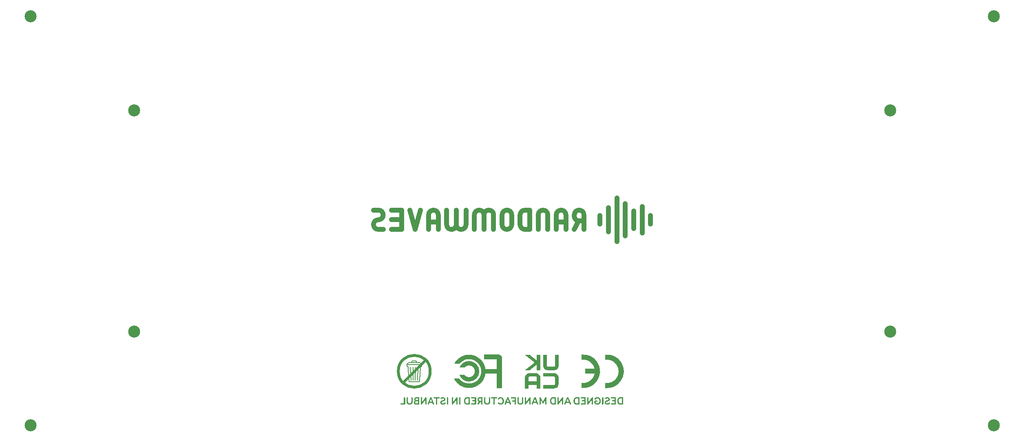
<source format=gbs>
G04 #@! TF.GenerationSoftware,KiCad,Pcbnew,8.0.5*
G04 #@! TF.CreationDate,2024-11-13T13:26:37+03:00*
G04 #@! TF.ProjectId,Bottom,426f7474-6f6d-42e6-9b69-6361645f7063,rev?*
G04 #@! TF.SameCoordinates,Original*
G04 #@! TF.FileFunction,Soldermask,Bot*
G04 #@! TF.FilePolarity,Negative*
%FSLAX46Y46*%
G04 Gerber Fmt 4.6, Leading zero omitted, Abs format (unit mm)*
G04 Created by KiCad (PCBNEW 8.0.5) date 2024-11-13 13:26:37*
%MOMM*%
%LPD*%
G01*
G04 APERTURE LIST*
%ADD10C,1.000000*%
%ADD11C,0.200000*%
%ADD12C,0.000000*%
%ADD13C,0.140000*%
%ADD14C,0.600000*%
%ADD15C,0.100000*%
%ADD16C,2.500000*%
G04 APERTURE END LIST*
D10*
X166757250Y-103836932D02*
X166757250Y-105670318D01*
X173757459Y-102920219D02*
X173757459Y-106587000D01*
D11*
X129304964Y-138243759D02*
X129288136Y-138306597D01*
X127979020Y-138085553D02*
X127917712Y-135354956D01*
X129655454Y-135248201D02*
X129614138Y-135256420D01*
D10*
X153923800Y-103753660D02*
X153923850Y-106753550D01*
D11*
X127007232Y-134453397D02*
X127060382Y-134435635D01*
D12*
G36*
X152776430Y-137331921D02*
G01*
X152193096Y-137331921D01*
X152076627Y-137351058D01*
X151983861Y-137411620D01*
X151925854Y-137504955D01*
X151901430Y-137623587D01*
X151901430Y-138352754D01*
X152776430Y-138352754D01*
X152776430Y-139081921D01*
X151901430Y-139081921D01*
X151901430Y-139811087D01*
X151172263Y-139811087D01*
X151172263Y-137623587D01*
X151183727Y-137443894D01*
X151216126Y-137286632D01*
X151266470Y-137150305D01*
X151331768Y-137033417D01*
X151409028Y-136934474D01*
X151495260Y-136851980D01*
X151587474Y-136784440D01*
X151682679Y-136730358D01*
X151777884Y-136688238D01*
X151914148Y-136644219D01*
X152033590Y-136618704D01*
X152193096Y-136602754D01*
X152776430Y-136602754D01*
X152776430Y-137331921D01*
G37*
D10*
X161423869Y-103753660D02*
G75*
G02*
X163423931Y-103753660I1000031J0D01*
G01*
D11*
X129719716Y-134869079D02*
X129719716Y-135150843D01*
D10*
X125577869Y-104753632D02*
X123494600Y-104753632D01*
D11*
X126776253Y-135256420D02*
X126734937Y-135248201D01*
X126678894Y-135192158D02*
X126670675Y-135150843D01*
X129401630Y-134478596D02*
X129439511Y-134508225D01*
X127728585Y-134429386D02*
X128661806Y-134429386D01*
D10*
X148423860Y-105753598D02*
G75*
G02*
X146423740Y-105753600I-1000060J-2D01*
G01*
D11*
X126669460Y-134850306D02*
X126660197Y-134832500D01*
X127259029Y-138407185D02*
X127195035Y-138394095D01*
X128411371Y-138085553D02*
X128472680Y-135354956D01*
X128556228Y-134079219D02*
X128597544Y-134087438D01*
D10*
X148423860Y-105753600D02*
X148423860Y-103753660D01*
D11*
X129288136Y-138306597D02*
X129249495Y-138358615D01*
X127102078Y-138306517D02*
X127085176Y-138243451D01*
D12*
G36*
X167860115Y-132787757D02*
G01*
X167860115Y-132787757D01*
G75*
G02*
X169738877Y-133091647I412085J-3411843D01*
G01*
X169738877Y-133091647D01*
G75*
G02*
X171147192Y-134361534I-1401977J-2970653D01*
G01*
X171147192Y-134361534D01*
G75*
G02*
X171584729Y-135332382I-3780292J-2287666D01*
G01*
X171584729Y-135332382D01*
G75*
G02*
X171726185Y-136380398I-3010029J-939818D01*
G01*
X171726185Y-136380398D01*
G75*
G02*
X171511301Y-137415186I-3112985J106698D01*
G01*
X171511301Y-137415186D01*
G75*
G02*
X171000754Y-138348699I-3962401J1560686D01*
G01*
X171000754Y-138348699D01*
G75*
G02*
X170389891Y-139004772I-2937054J2122199D01*
G01*
X170389891Y-139004772D01*
G75*
G02*
X169628361Y-139472544I-1969091J2351972D01*
G01*
X169628361Y-139472544D01*
G75*
G02*
X168760709Y-139710345I-1295561J3025144D01*
G01*
X168760709Y-139710345D01*
G75*
G02*
X167857398Y-139739244I-597909J4558245D01*
G01*
X167857398Y-138677629D01*
G75*
G03*
X168546176Y-138670808I317102J2759829D01*
G01*
X168546176Y-138670808D01*
G75*
G03*
X169205468Y-138479333I-310476J2299808D01*
G01*
X169205468Y-138479333D01*
G75*
G03*
X169778793Y-138109039I-999068J2175833D01*
G01*
X169778793Y-138109039D01*
G75*
G03*
X170227818Y-137594284I-1641793J1885339D01*
G01*
X170227818Y-137594284D01*
G75*
G03*
X170519591Y-136973193I-2037818J1336384D01*
G01*
X170519591Y-136973193D01*
G75*
G03*
X170624411Y-136295356I-2277391J699193D01*
G01*
X170624411Y-136295356D01*
G75*
G03*
X170490769Y-135455986I-2547911J24656D01*
G01*
X170490769Y-135455986D01*
G75*
G03*
X170072490Y-134720345I-2105869J-710614D01*
G01*
X170072490Y-134720345D01*
G75*
G03*
X169621944Y-134294950I-2222190J-1902355D01*
G01*
X169621944Y-134294950D01*
G75*
G03*
X169084373Y-133991426I-1373044J-1804050D01*
G01*
X169084373Y-133991426D01*
G75*
G03*
X168482065Y-133845072I-824173J-2079274D01*
G01*
X168482065Y-133845072D01*
G75*
G03*
X167860115Y-133852582I-277465J-2782928D01*
G01*
X167860115Y-132787757D01*
G37*
D11*
X129469425Y-135322486D02*
X129454006Y-135596355D01*
X129438588Y-135870224D01*
X129423170Y-136144093D01*
X129407752Y-136417962D01*
X129392334Y-136691832D01*
X129376916Y-136965701D01*
X129361497Y-137239571D01*
X129346079Y-137513440D01*
X129330661Y-137787309D01*
X129315242Y-138061179D01*
X129304964Y-138243759D01*
X127728585Y-134184796D02*
X127736804Y-134143481D01*
D10*
X120744600Y-102753700D02*
X119744632Y-102753700D01*
D11*
X129004682Y-135354867D02*
X128881010Y-138085508D01*
X126670675Y-135150843D02*
X126670675Y-134869820D01*
D10*
X162309431Y-104997032D02*
X161425568Y-106753550D01*
X125577891Y-102753700D02*
X123494610Y-102753700D01*
X146423800Y-103753660D02*
X146423800Y-105753600D01*
D11*
X129249495Y-138358615D02*
X129195209Y-138394083D01*
D10*
X138923840Y-105753329D02*
G75*
G02*
X136923760Y-105753331I-1000040J29D01*
G01*
X168507309Y-102253910D02*
X168507309Y-107254059D01*
X150173868Y-103753732D02*
G75*
G02*
X151173900Y-102753668I1000032J32D01*
G01*
D11*
X128597544Y-134087438D02*
X128631078Y-134109946D01*
D10*
X133173791Y-105253618D02*
X131173882Y-105253618D01*
D11*
X126734937Y-135248201D02*
X126701403Y-135225693D01*
X127107899Y-134429386D02*
X127728585Y-134429386D01*
X129272545Y-134430906D02*
X129297769Y-134435392D01*
D13*
X129725916Y-134801890D02*
X129731012Y-134817836D01*
D10*
X150173868Y-103753732D02*
X150173868Y-105753518D01*
D11*
X126958199Y-134480574D02*
X127007232Y-134453397D01*
D10*
X140673850Y-103753850D02*
G75*
G02*
X142673910Y-103753850I1000030J0D01*
G01*
X146423800Y-103753660D02*
G75*
G02*
X148423860Y-103753660I1000030J0D01*
G01*
D11*
X129439511Y-134508225D02*
X129581225Y-134650726D01*
X129706267Y-134776464D01*
D10*
X177257568Y-103836932D02*
X177257568Y-105670318D01*
X162423900Y-105003600D02*
X163423818Y-105003600D01*
X162423900Y-105003599D02*
G75*
G02*
X161423901Y-104003569I0J999999D01*
G01*
X125577860Y-106753568D02*
X125577891Y-102753700D01*
D12*
G36*
X157310935Y-136618704D02*
G01*
X157430377Y-136644219D01*
X157566641Y-136688238D01*
X157661846Y-136730358D01*
X157757051Y-136784440D01*
X157849265Y-136851980D01*
X157935497Y-136934474D01*
X158012757Y-137033417D01*
X158078055Y-137150305D01*
X158128399Y-137286632D01*
X158160798Y-137443894D01*
X158172263Y-137623587D01*
X158172263Y-138790254D01*
X158156312Y-138949759D01*
X158130797Y-139069201D01*
X158086778Y-139205465D01*
X158044658Y-139300670D01*
X157990576Y-139395875D01*
X157923036Y-139488089D01*
X157840542Y-139574321D01*
X157741599Y-139651581D01*
X157624711Y-139716879D01*
X157488384Y-139767223D01*
X157331122Y-139799622D01*
X157151430Y-139811087D01*
X154963930Y-139811087D01*
X154963930Y-139081921D01*
X157151430Y-139081921D01*
X157270061Y-139057496D01*
X157363396Y-138999489D01*
X157423958Y-138906723D01*
X157443096Y-138790254D01*
X157443096Y-137623587D01*
X157418671Y-137504955D01*
X157360664Y-137411620D01*
X157267898Y-137351058D01*
X157151430Y-137331921D01*
X154963930Y-137331921D01*
X154963930Y-136602754D01*
X157151430Y-136602754D01*
X157310935Y-136618704D01*
G37*
D10*
X157673801Y-103753660D02*
G75*
G02*
X159673859Y-103753660I1000029J0D01*
G01*
X131173818Y-103753660D02*
G75*
G02*
X133173882Y-103753660I1000032J0D01*
G01*
X144673741Y-106753550D02*
X144673850Y-103753660D01*
X152173781Y-102753700D02*
X151173900Y-102753700D01*
X136923891Y-105753516D02*
G75*
G02*
X134923909Y-105753518I-999991J16D01*
G01*
D11*
X126921420Y-134511420D02*
X126958199Y-134480574D01*
X126657983Y-134816019D02*
X126680917Y-134773404D01*
D10*
X138923841Y-105753331D02*
X138923791Y-102753441D01*
D11*
X127140720Y-138358622D02*
X127102078Y-138306517D01*
X126669814Y-134855991D02*
X129719812Y-134855991D01*
X127060382Y-134435635D02*
X127107899Y-134429386D01*
D12*
G36*
X139562764Y-134110268D02*
G01*
X139562764Y-134110268D01*
G75*
G02*
X139562764Y-138389816I36J-2139732D01*
G01*
X139562764Y-138389816D01*
G75*
G02*
X138343044Y-138007628I36J2137616D01*
G01*
X138343044Y-138007628D01*
G75*
G02*
X137558069Y-136998284I1224756J1762428D01*
G01*
X138602397Y-136998284D01*
G75*
G03*
X139028414Y-137344624I968503J756184D01*
G01*
X139028414Y-137344624D01*
G75*
G03*
X139562764Y-137468960I534386J1086324D01*
G01*
X139562764Y-137468960D01*
G75*
G03*
X139562764Y-135031124I36J1218960D01*
G01*
X139562764Y-135031124D01*
G75*
G03*
X139039197Y-135149931I-64J-1212876D01*
G01*
X139039197Y-135149931D01*
G75*
G03*
X138617214Y-135482292I529303J-1106069D01*
G01*
X137565971Y-135482292D01*
G75*
G02*
X138351870Y-134486562I2002229J-772308D01*
G01*
X138351870Y-134486562D01*
G75*
G02*
X139562764Y-134110268I1210830J-1759938D01*
G01*
X139562764Y-134110268D01*
G37*
D11*
X129711497Y-135192158D02*
X129688988Y-135225693D01*
D10*
X120744600Y-106753581D02*
G75*
G02*
X120744600Y-104753619I0J999981D01*
G01*
X134923941Y-102753632D02*
X134923841Y-105753518D01*
D12*
G36*
X155693096Y-134998587D02*
G01*
X155712233Y-135115056D01*
X155772795Y-135207822D01*
X155866130Y-135265829D01*
X155984763Y-135290254D01*
X157151430Y-135290254D01*
X157267898Y-135271116D01*
X157360664Y-135210554D01*
X157418671Y-135117219D01*
X157443096Y-134998587D01*
X157443096Y-132811087D01*
X158172263Y-132811087D01*
X158172263Y-134998587D01*
X158160798Y-135178279D01*
X158128399Y-135335541D01*
X158078055Y-135471869D01*
X158012757Y-135588756D01*
X157935497Y-135687699D01*
X157849265Y-135770193D01*
X157757051Y-135837734D01*
X157661846Y-135891816D01*
X157566641Y-135933936D01*
X157430377Y-135977955D01*
X157310935Y-136003470D01*
X157151430Y-136019421D01*
X155984763Y-136019421D01*
X155805070Y-136007956D01*
X155647808Y-135975557D01*
X155511481Y-135925213D01*
X155394593Y-135859915D01*
X155295650Y-135782655D01*
X155213156Y-135696422D01*
X155145616Y-135604208D01*
X155091534Y-135509004D01*
X155049414Y-135413799D01*
X155005395Y-135277534D01*
X154979880Y-135158092D01*
X154963930Y-134998587D01*
X154963930Y-132811087D01*
X155693096Y-132811087D01*
X155693096Y-134998587D01*
G37*
D11*
X126701403Y-135225693D02*
X126678894Y-135192158D01*
D10*
X120744600Y-102753699D02*
G75*
G02*
X120744600Y-104753701I0J-1000001D01*
G01*
X151173900Y-106753550D02*
X152173781Y-106753550D01*
D14*
X131507071Y-136243338D02*
G75*
G02*
X124881963Y-136243338I-3312554J0D01*
G01*
X124881963Y-136243338D02*
G75*
G02*
X131507071Y-136243338I3312554J0D01*
G01*
D10*
X159673768Y-105253618D02*
X157673859Y-105253618D01*
X163423818Y-106753550D02*
X163423931Y-103753660D01*
X133173769Y-106753550D02*
X133173882Y-103753660D01*
X140673850Y-103753850D02*
X140673891Y-106753740D01*
D11*
X128661806Y-134429386D02*
X129250142Y-134429386D01*
X126917252Y-135256420D02*
X126776253Y-135256420D01*
D13*
X129706267Y-134776464D02*
X129725916Y-134801890D01*
X129728054Y-134835947D02*
X129719845Y-134851530D01*
D10*
X128375841Y-106753581D02*
X127304050Y-102753632D01*
D11*
X126920967Y-135322491D02*
X126917252Y-135256420D01*
X129195209Y-138394083D02*
X129131362Y-138407185D01*
X127792847Y-134087438D02*
X127834163Y-134079219D01*
D10*
X159673750Y-106753550D02*
X159673859Y-103753660D01*
D13*
X129473144Y-135256420D02*
X129469425Y-135322486D01*
D11*
X127195035Y-138394095D02*
X127140720Y-138358622D01*
D12*
G36*
X153651430Y-133977754D02*
G01*
X153651430Y-132811087D01*
X154380596Y-132811087D01*
X154380596Y-136019421D01*
X153651430Y-136019421D01*
X153651430Y-134852754D01*
X152193096Y-136019421D01*
X151172263Y-136019421D01*
X153213930Y-134415254D01*
X151172263Y-132811087D01*
X152193096Y-132811087D01*
X153651430Y-133977754D01*
G37*
D10*
X153923801Y-103753660D02*
G75*
G02*
X155923859Y-103753660I1000029J0D01*
G01*
D11*
X128631078Y-134109946D02*
X128653587Y-134143481D01*
D13*
X129731012Y-134817836D02*
X129729765Y-134832255D01*
D11*
X127728585Y-134429386D02*
X127728585Y-134184796D01*
X127085176Y-138243451D02*
X127069781Y-137969611D01*
X127054386Y-137695771D01*
X127038992Y-137421931D01*
X127023597Y-137148091D01*
X127008203Y-136874251D01*
X126992808Y-136600410D01*
X126977413Y-136326570D01*
X126962019Y-136052730D01*
X126946624Y-135778890D01*
X126931230Y-135505050D01*
X126920967Y-135322491D01*
D10*
X155923759Y-106753550D02*
X155923859Y-103753660D01*
X123494610Y-106753581D02*
X125577860Y-106753568D01*
D11*
X127834163Y-134079219D02*
X128556228Y-134079219D01*
D10*
X136923891Y-105753518D02*
X136923850Y-102753632D01*
X175507518Y-102003900D02*
X175507518Y-107504059D01*
X151173900Y-106753550D02*
G75*
G02*
X150173850Y-105753518I0J1000050D01*
G01*
D11*
X126670675Y-134869820D02*
X126669460Y-134850306D01*
D10*
X131173819Y-103753660D02*
X131173860Y-106753550D01*
X172007409Y-101420550D02*
X172007409Y-108087418D01*
D11*
X127736804Y-134143481D02*
X127759313Y-134109946D01*
X129719716Y-135150843D02*
X129711497Y-135192158D01*
D10*
X129447619Y-102753632D02*
X128375841Y-106753581D01*
D11*
X126680917Y-134773404D02*
X126816199Y-134626038D01*
X126921420Y-134511420D01*
X129131362Y-138407185D02*
X127259029Y-138407185D01*
D10*
X152173781Y-106753550D02*
X152173781Y-102753700D01*
X142673790Y-103753660D02*
G75*
G02*
X144673850Y-103753660I1000030J0D01*
G01*
X170257359Y-100253969D02*
X170257359Y-109254240D01*
D14*
X130536846Y-133901008D02*
X125852187Y-138585667D01*
D12*
G36*
X153519268Y-136618704D02*
G01*
X153638710Y-136644219D01*
X153774974Y-136688238D01*
X153870179Y-136730358D01*
X153965384Y-136784440D01*
X154057598Y-136851980D01*
X154143830Y-136934474D01*
X154221090Y-137033417D01*
X154286388Y-137150305D01*
X154336732Y-137286632D01*
X154369131Y-137443894D01*
X154380596Y-137623587D01*
X154380596Y-139811087D01*
X153651430Y-139811087D01*
X153651430Y-139081921D01*
X152776430Y-139081921D01*
X152776430Y-138352754D01*
X153651430Y-138352754D01*
X153651430Y-137623587D01*
X153627005Y-137504955D01*
X153568998Y-137411620D01*
X153476232Y-137351058D01*
X153359763Y-137331921D01*
X152776430Y-137331921D01*
X152776430Y-136602754D01*
X153359763Y-136602754D01*
X153519268Y-136618704D01*
G37*
D11*
X129614138Y-135256420D02*
X129473144Y-135256420D01*
X128653587Y-134143481D02*
X128661806Y-134184796D01*
D13*
X129729765Y-134832255D02*
X129728054Y-134835947D01*
D11*
X127385709Y-135354867D02*
X127509381Y-138085508D01*
D12*
G36*
X162922263Y-132773904D02*
G01*
X162922263Y-132773904D01*
G75*
G02*
X164801084Y-133077972I411637J-3413096D01*
G01*
X164801084Y-133077972D01*
G75*
G02*
X166209341Y-134347928I-1401584J-2970028D01*
G01*
X166209341Y-134347928D01*
G75*
G02*
X166646870Y-135318716I-3780641J-2287872D01*
G01*
X166646870Y-135318716D01*
G75*
G02*
X166788333Y-136366668I-3010370J-939884D01*
G01*
X166788333Y-136366668D01*
G75*
G02*
X166573440Y-137401391I-3113333J106868D01*
G01*
X166573440Y-137401391D01*
G75*
G02*
X166062903Y-138334846I-3962740J1560991D01*
G01*
X166062903Y-138334846D01*
G75*
G02*
X165452068Y-138990994I-2936703J2121446D01*
G01*
X165452068Y-138990994D01*
G75*
G02*
X164690509Y-139458783I-1968468J2350794D01*
G01*
X164690509Y-139458783D01*
G75*
G02*
X163822853Y-139696526I-1295309J3025283D01*
G01*
X163822853Y-139696526D01*
G75*
G02*
X162919547Y-139725390I-597853J4560726D01*
G01*
X162919547Y-138664023D01*
G75*
G03*
X163608299Y-138657030I316353J2766123D01*
G01*
X163608299Y-138657030D01*
G75*
G03*
X164267616Y-138465726I-310799J2303130D01*
G01*
X164267616Y-138465726D01*
G75*
G03*
X164840905Y-138095355I-1003416J2182026D01*
G01*
X164840905Y-138095355D01*
G75*
G03*
X165289966Y-137580677I-1639905J1884155D01*
G01*
X165289966Y-137580677D01*
G75*
G03*
X165501567Y-137184106I-2088066J1368877D01*
G01*
X165501567Y-137184106D01*
G75*
G03*
X165635689Y-136755389I-2139467J904606D01*
G01*
X163660133Y-136755389D01*
X163660133Y-135725384D01*
X165634207Y-135725384D01*
G75*
G03*
X165448957Y-135184247I-2238807J-464116D01*
G01*
X165448957Y-135184247D01*
G75*
G03*
X165134638Y-134706491I-2032657J-995053D01*
G01*
X165134638Y-134706491D01*
G75*
G03*
X164684070Y-134281219I-2222338J-1903209D01*
G01*
X164684070Y-134281219D01*
G75*
G03*
X164146521Y-133977789I-1372770J-1804181D01*
G01*
X164146521Y-133977789D01*
G75*
G03*
X163544209Y-133831461I-823921J-2078811D01*
G01*
X163544209Y-133831461D01*
G75*
G03*
X162922263Y-133838975I-277409J-2784539D01*
G01*
X162922263Y-132773904D01*
G37*
G36*
X145807619Y-132758357D02*
G01*
X145912788Y-132782608D01*
X146011509Y-132821522D01*
X146102549Y-132873869D01*
X146184677Y-132938418D01*
X146256661Y-133013939D01*
X146317268Y-133099200D01*
X146365268Y-133192971D01*
X146399429Y-133294022D01*
X146422263Y-133475275D01*
X146422263Y-139750134D01*
X145305580Y-139750134D01*
X145305580Y-139561993D01*
X145305580Y-139373852D01*
X145305580Y-139185711D01*
X145305580Y-138997570D01*
X145305580Y-138809429D01*
X145305580Y-138621289D01*
X145305580Y-138433148D01*
X145305580Y-138245007D01*
X145305580Y-138056866D01*
X145305580Y-137868725D01*
X145305580Y-137680585D01*
X145305580Y-137492444D01*
X145305580Y-137304303D01*
X145305580Y-137116162D01*
X145305580Y-136739881D01*
X145160145Y-136739881D01*
X145014710Y-136739881D01*
X144869275Y-136739881D01*
X144723840Y-136739881D01*
X144578406Y-136739881D01*
X144432971Y-136739881D01*
X144287536Y-136739881D01*
X144142101Y-136739881D01*
X143996666Y-136739881D01*
X143851231Y-136739881D01*
X143705796Y-136739881D01*
X143560362Y-136739881D01*
X143414927Y-136739881D01*
X143269492Y-136739881D01*
X142978623Y-136739881D01*
X142952743Y-136895465D01*
X142919988Y-137048644D01*
X142880524Y-137199251D01*
X142834516Y-137347120D01*
X142782131Y-137492084D01*
X142723533Y-137633978D01*
X142658890Y-137772635D01*
X142588366Y-137907889D01*
X142512127Y-138039575D01*
X142430339Y-138167525D01*
X142343168Y-138291574D01*
X142250780Y-138411557D01*
X142153340Y-138527305D01*
X142051014Y-138638654D01*
X141943968Y-138745438D01*
X141832368Y-138847490D01*
X141716379Y-138944644D01*
X141596168Y-139036733D01*
X141471899Y-139123593D01*
X141343739Y-139205057D01*
X141211854Y-139280958D01*
X141076409Y-139351130D01*
X140937570Y-139415408D01*
X140795502Y-139473625D01*
X140650373Y-139525615D01*
X140502346Y-139571212D01*
X140351589Y-139610250D01*
X140198266Y-139642563D01*
X140042544Y-139667984D01*
X139884589Y-139686348D01*
X139562640Y-139701239D01*
X139434406Y-139698887D01*
X139307338Y-139691888D01*
X139181519Y-139680324D01*
X139057029Y-139664276D01*
X138933953Y-139643828D01*
X138812371Y-139619062D01*
X138692366Y-139590059D01*
X138574021Y-139556903D01*
X138457416Y-139519676D01*
X138342636Y-139478459D01*
X138229761Y-139433336D01*
X138118874Y-139384389D01*
X138010058Y-139331699D01*
X137903393Y-139275350D01*
X137798964Y-139215424D01*
X137696851Y-139152003D01*
X137597137Y-139085169D01*
X137499905Y-139015005D01*
X137405236Y-138941593D01*
X137313212Y-138865015D01*
X137223917Y-138785354D01*
X137137431Y-138702693D01*
X137053838Y-138617112D01*
X136973219Y-138528696D01*
X136895657Y-138437525D01*
X136821234Y-138343683D01*
X136750031Y-138247252D01*
X136682133Y-138148314D01*
X136617619Y-138046951D01*
X136556573Y-137943246D01*
X136445214Y-137729140D01*
X136578502Y-137729140D01*
X136711790Y-137729140D01*
X136845078Y-137729140D01*
X136978366Y-137729140D01*
X137111654Y-137729140D01*
X137244943Y-137729140D01*
X137511520Y-137729140D01*
X137601105Y-137845776D01*
X137697151Y-137956949D01*
X137799378Y-138062372D01*
X137907502Y-138161763D01*
X138021244Y-138254837D01*
X138140322Y-138341308D01*
X138264453Y-138420894D01*
X138393358Y-138493309D01*
X138526753Y-138558270D01*
X138664359Y-138615492D01*
X138805893Y-138664691D01*
X138951074Y-138705581D01*
X139099621Y-138737880D01*
X139251251Y-138761303D01*
X139562640Y-138780383D01*
X139692654Y-138777084D01*
X139820985Y-138767296D01*
X139947472Y-138751177D01*
X140071955Y-138728889D01*
X140194273Y-138700591D01*
X140314266Y-138666444D01*
X140431773Y-138626607D01*
X140546636Y-138581241D01*
X140658693Y-138530506D01*
X140767784Y-138474561D01*
X140873749Y-138413568D01*
X140976427Y-138347685D01*
X141075659Y-138277074D01*
X141171284Y-138201894D01*
X141263142Y-138122306D01*
X141351073Y-138038469D01*
X141434916Y-137950543D01*
X141514511Y-137858690D01*
X141589698Y-137763068D01*
X141660317Y-137663839D01*
X141726207Y-137561161D01*
X141787208Y-137455196D01*
X141843160Y-137346103D01*
X141893903Y-137234043D01*
X141939277Y-137119175D01*
X141979120Y-137001660D01*
X142013273Y-136881658D01*
X142041576Y-136759329D01*
X142063868Y-136634832D01*
X142079990Y-136508329D01*
X142093080Y-136249943D01*
X142089780Y-136119928D01*
X142079990Y-135991599D01*
X142063868Y-135865116D01*
X142041576Y-135740638D01*
X142013273Y-135618326D01*
X141979120Y-135498339D01*
X141939277Y-135380839D01*
X141893903Y-135265985D01*
X141843160Y-135153937D01*
X141787208Y-135044855D01*
X141726207Y-134938901D01*
X141660317Y-134836233D01*
X141589698Y-134737012D01*
X141514511Y-134641398D01*
X141434916Y-134549552D01*
X141351073Y-134461633D01*
X141263142Y-134377801D01*
X141171284Y-134298217D01*
X141075659Y-134223042D01*
X140976427Y-134152434D01*
X140873749Y-134086554D01*
X140767784Y-134025563D01*
X140658693Y-133969621D01*
X140546636Y-133918887D01*
X140431773Y-133873522D01*
X140314266Y-133833686D01*
X140194273Y-133799540D01*
X140071955Y-133771242D01*
X139947472Y-133748954D01*
X139820985Y-133732836D01*
X139562640Y-133719750D01*
X139409513Y-133724330D01*
X139258773Y-133737897D01*
X139110681Y-133760188D01*
X138965501Y-133790939D01*
X138823493Y-133829889D01*
X138684921Y-133876775D01*
X138550047Y-133931333D01*
X138419133Y-133993303D01*
X138292440Y-134062420D01*
X138170232Y-134138422D01*
X138052771Y-134221047D01*
X137940319Y-134310032D01*
X137833138Y-134405114D01*
X137731490Y-134506031D01*
X137545845Y-134724320D01*
X137444813Y-134724320D01*
X137343782Y-134724320D01*
X137242751Y-134724320D01*
X137141720Y-134724320D01*
X137040689Y-134724320D01*
X136939658Y-134724320D01*
X136838626Y-134724320D01*
X136737595Y-134724320D01*
X136636564Y-134724320D01*
X136468180Y-134724320D01*
X136522856Y-134618527D01*
X136581031Y-134514888D01*
X136642627Y-134413480D01*
X136707566Y-134314383D01*
X136775767Y-134217675D01*
X136847152Y-134123437D01*
X136921643Y-134031746D01*
X136999160Y-133942683D01*
X137079625Y-133856325D01*
X137162959Y-133772753D01*
X137249083Y-133692046D01*
X137337919Y-133614281D01*
X137429387Y-133539539D01*
X137523409Y-133467899D01*
X137619906Y-133399439D01*
X137718798Y-133334239D01*
X137820008Y-133272378D01*
X137923457Y-133213934D01*
X138029065Y-133158988D01*
X138136754Y-133107618D01*
X138246445Y-133059903D01*
X138358059Y-133015922D01*
X138471518Y-132975754D01*
X138586742Y-132939479D01*
X138703653Y-132907175D01*
X138822172Y-132878922D01*
X138942220Y-132854799D01*
X139063719Y-132834884D01*
X139186589Y-132819257D01*
X139310751Y-132807997D01*
X139562640Y-132798895D01*
X139725068Y-132802669D01*
X139885582Y-132813881D01*
X140044013Y-132832362D01*
X140200194Y-132857945D01*
X140353958Y-132890462D01*
X140505138Y-132929744D01*
X140653566Y-132975625D01*
X140799075Y-133027935D01*
X140941498Y-133086509D01*
X141080667Y-133151176D01*
X141216415Y-133221770D01*
X141348575Y-133298124D01*
X141476979Y-133380068D01*
X141601461Y-133467435D01*
X141721852Y-133560057D01*
X141837986Y-133657767D01*
X141949695Y-133760397D01*
X142056812Y-133867778D01*
X142159170Y-133979743D01*
X142256601Y-134096124D01*
X142348938Y-134216754D01*
X142436014Y-134341464D01*
X142517662Y-134470086D01*
X142593713Y-134602453D01*
X142664001Y-134738397D01*
X142728359Y-134877750D01*
X142786619Y-135020344D01*
X142838614Y-135166011D01*
X142884177Y-135314584D01*
X142923140Y-135465894D01*
X142980598Y-135776057D01*
X143125909Y-135776057D01*
X143271220Y-135776057D01*
X143416532Y-135776057D01*
X143561843Y-135776057D01*
X143707154Y-135776057D01*
X143852466Y-135776057D01*
X143997777Y-135776057D01*
X144143089Y-135776057D01*
X144288400Y-135776057D01*
X144433711Y-135776057D01*
X144579023Y-135776057D01*
X144724334Y-135776057D01*
X144869645Y-135776057D01*
X145014957Y-135776057D01*
X145305580Y-135776057D01*
X145305580Y-135658249D01*
X145305580Y-135540441D01*
X145305580Y-135422633D01*
X145305580Y-135304825D01*
X145305580Y-135187017D01*
X145305580Y-135069209D01*
X145305580Y-134951401D01*
X145305580Y-134833593D01*
X145305580Y-134715785D01*
X145305580Y-134597977D01*
X145305580Y-134480169D01*
X145305580Y-134362361D01*
X145305580Y-134244553D01*
X145305580Y-134126745D01*
X145305580Y-133891130D01*
X145272391Y-133791286D01*
X145138646Y-133724195D01*
X144987809Y-133724195D01*
X144836972Y-133724195D01*
X144686135Y-133724195D01*
X144535298Y-133724195D01*
X144384462Y-133724195D01*
X144233625Y-133724195D01*
X144082788Y-133724195D01*
X143931952Y-133724195D01*
X143781115Y-133724195D01*
X143630278Y-133724195D01*
X143479441Y-133724195D01*
X143328605Y-133724195D01*
X143177768Y-133724195D01*
X143026931Y-133724195D01*
X142725258Y-133724195D01*
X142725258Y-133602420D01*
X142725258Y-133480646D01*
X142725258Y-133358872D01*
X142725258Y-133237097D01*
X142725258Y-133115323D01*
X142725258Y-132993548D01*
X142725258Y-132750000D01*
X142911006Y-132750000D01*
X143096755Y-132750000D01*
X143282503Y-132750000D01*
X143468252Y-132750000D01*
X143654000Y-132750000D01*
X143839749Y-132750000D01*
X144025497Y-132750000D01*
X144211246Y-132750000D01*
X144396994Y-132750000D01*
X144582742Y-132750000D01*
X144768491Y-132750000D01*
X144954239Y-132750000D01*
X145139988Y-132750000D01*
X145325736Y-132750000D01*
X145697234Y-132750000D01*
X145807619Y-132758357D01*
G37*
D11*
X127759313Y-134109946D02*
X127792847Y-134087438D01*
D10*
X161423868Y-103753660D02*
X161423868Y-104003569D01*
D11*
X126660197Y-134832500D02*
X126657983Y-134816019D01*
X129688988Y-135225693D02*
X129655454Y-135248201D01*
D13*
X129719845Y-134851530D02*
X129719716Y-134869079D01*
D10*
X121744560Y-106753581D02*
X120744600Y-106753581D01*
D11*
X129250142Y-134429386D02*
X129272545Y-134430906D01*
X128661806Y-134184796D02*
X128661806Y-134429386D01*
X129351590Y-134452481D02*
X129401630Y-134478596D01*
X129297769Y-134435392D02*
X129351590Y-134452481D01*
D10*
X142673791Y-103753660D02*
X142673832Y-106753550D01*
X157673800Y-103753660D02*
X157673840Y-106753550D01*
D15*
G36*
X171509935Y-141631710D02*
G01*
X171539781Y-141653930D01*
X171572522Y-141724203D01*
X171574610Y-141753874D01*
X171574610Y-143030812D01*
X171559165Y-143105319D01*
X171542052Y-143130756D01*
X171472524Y-143165095D01*
X171437944Y-143167478D01*
X171012424Y-143167478D01*
X170930235Y-143162930D01*
X170852258Y-143149421D01*
X170778390Y-143127152D01*
X170739092Y-143111071D01*
X170664994Y-143072119D01*
X170597676Y-143024212D01*
X170537484Y-142967488D01*
X170526332Y-142955097D01*
X170479519Y-142893448D01*
X170438473Y-142825206D01*
X170403749Y-142750070D01*
X170387394Y-142705237D01*
X170365851Y-142630284D01*
X170350199Y-142552244D01*
X170340652Y-142470726D01*
X170337422Y-142385340D01*
X170617569Y-142385340D01*
X170620732Y-142467201D01*
X170630530Y-142542998D01*
X170645583Y-142607185D01*
X170671118Y-142683293D01*
X170708260Y-142755124D01*
X170723949Y-142778302D01*
X170778345Y-142838255D01*
X170844485Y-142883204D01*
X170854179Y-142888089D01*
X170930020Y-142915505D01*
X171011125Y-142926346D01*
X171029838Y-142926704D01*
X171301278Y-142926704D01*
X171301278Y-141860254D01*
X171040817Y-141860254D01*
X170955521Y-141866807D01*
X170879182Y-141886594D01*
X170803241Y-141925655D01*
X170739731Y-141982533D01*
X170725841Y-141999570D01*
X170683906Y-142065900D01*
X170652089Y-142142241D01*
X170632961Y-142215732D01*
X170621429Y-142296740D01*
X170617569Y-142385340D01*
X170337422Y-142385340D01*
X170340297Y-142299852D01*
X170349063Y-142217914D01*
X170363934Y-142139809D01*
X170385123Y-142065821D01*
X170415729Y-141988045D01*
X170452574Y-141917119D01*
X170495606Y-141853246D01*
X170522167Y-141820882D01*
X170580782Y-141764292D01*
X170647175Y-141716241D01*
X170721138Y-141676176D01*
X170736820Y-141669073D01*
X170808563Y-141643818D01*
X170884691Y-141626829D01*
X170965457Y-141618105D01*
X171012424Y-141616829D01*
X171435672Y-141616829D01*
X171509935Y-141631710D01*
G37*
G36*
X169137335Y-142926704D02*
G01*
X169793029Y-142926704D01*
X169793029Y-142489069D01*
X169376217Y-142489069D01*
X169302111Y-142472501D01*
X169278544Y-142456890D01*
X169243167Y-142387687D01*
X169241822Y-142367546D01*
X169264488Y-142294166D01*
X169278544Y-142278581D01*
X169351551Y-142249843D01*
X169376217Y-142248295D01*
X169793029Y-142248295D01*
X169793029Y-141860254D01*
X169139606Y-141860254D01*
X169065606Y-141841887D01*
X169046476Y-141827696D01*
X169012818Y-141758696D01*
X169011647Y-141738731D01*
X169032653Y-141664976D01*
X169046476Y-141649387D01*
X169118576Y-141617985D01*
X169139606Y-141616829D01*
X169927424Y-141616829D01*
X170001409Y-141633200D01*
X170029261Y-141653930D01*
X170063918Y-141724523D01*
X170066361Y-141753874D01*
X170066361Y-143030812D01*
X170046810Y-143107138D01*
X170029261Y-143130756D01*
X169960106Y-143165095D01*
X169929695Y-143167478D01*
X169137335Y-143167478D01*
X169063335Y-143149431D01*
X169044205Y-143135299D01*
X169012803Y-143066096D01*
X169011647Y-143045955D01*
X169033187Y-142971425D01*
X169044205Y-142959261D01*
X169116304Y-142927859D01*
X169137335Y-142926704D01*
G37*
G36*
X168271909Y-142900582D02*
G01*
X168349038Y-142895630D01*
X168384725Y-142889603D01*
X168459078Y-142868367D01*
X168477855Y-142861210D01*
X168545546Y-142822228D01*
X168551677Y-142817295D01*
X168612983Y-142771937D01*
X168619064Y-142766945D01*
X168669036Y-142738551D01*
X168725444Y-142727573D01*
X168762166Y-142734387D01*
X168803430Y-142755966D01*
X168838259Y-142799881D01*
X168853403Y-142865753D01*
X168829552Y-142937683D01*
X168779580Y-142996362D01*
X168720867Y-143046035D01*
X168701593Y-143059206D01*
X168635475Y-143096315D01*
X168595213Y-143113342D01*
X168520556Y-143138155D01*
X168462712Y-143152335D01*
X168384583Y-143164024D01*
X168305412Y-143167466D01*
X168299924Y-143167478D01*
X168222003Y-143164853D01*
X168141756Y-143155237D01*
X168061741Y-143135474D01*
X168048170Y-143130756D01*
X167973006Y-143100252D01*
X167903139Y-143058914D01*
X167870240Y-143033084D01*
X167814095Y-142975196D01*
X167771510Y-142909728D01*
X167761967Y-142889603D01*
X167736815Y-142816404D01*
X167725467Y-142739400D01*
X167724866Y-142716594D01*
X167730316Y-142636013D01*
X167748615Y-142561111D01*
X167763860Y-142526170D01*
X167807858Y-142461104D01*
X167864119Y-142404353D01*
X167867968Y-142401240D01*
X167934740Y-142356710D01*
X168006358Y-142323983D01*
X168011449Y-142322117D01*
X168087617Y-142295892D01*
X168164019Y-142272428D01*
X168174236Y-142269495D01*
X168251769Y-142248357D01*
X168328236Y-142224530D01*
X168405555Y-142194669D01*
X168447569Y-142173337D01*
X168507199Y-142124728D01*
X168534180Y-142048971D01*
X168534263Y-142043864D01*
X168512006Y-141971014D01*
X168477855Y-141932184D01*
X168406351Y-141895793D01*
X168331280Y-141884819D01*
X168302195Y-141884104D01*
X168226385Y-141888736D01*
X168204523Y-141892812D01*
X168132972Y-141914769D01*
X168078457Y-141940891D01*
X168033027Y-141969284D01*
X167981162Y-141995784D01*
X167917940Y-142006763D01*
X167874782Y-141998056D01*
X167833518Y-141976098D01*
X167800960Y-141934455D01*
X167787710Y-141873126D01*
X167806207Y-141799481D01*
X167807396Y-141797032D01*
X167859490Y-141739109D01*
X167876675Y-141727752D01*
X167945959Y-141688558D01*
X168016912Y-141657949D01*
X168045899Y-141647494D01*
X168123173Y-141629141D01*
X168204542Y-141619384D01*
X168278345Y-141616829D01*
X168357782Y-141620623D01*
X168434703Y-141632481D01*
X168484291Y-141645223D01*
X168559491Y-141672569D01*
X168626983Y-141708046D01*
X168655786Y-141727752D01*
X168714300Y-141780913D01*
X168759934Y-141842987D01*
X168770873Y-141862147D01*
X168800372Y-141937890D01*
X168813307Y-142014841D01*
X168814409Y-142046135D01*
X168808846Y-142124397D01*
X168789824Y-142198059D01*
X168779580Y-142221416D01*
X168740492Y-142288424D01*
X168688343Y-142344075D01*
X168624979Y-142389835D01*
X168556555Y-142425284D01*
X168551677Y-142427362D01*
X168476839Y-142457448D01*
X168403013Y-142480107D01*
X168386618Y-142484527D01*
X168313050Y-142504018D01*
X168237727Y-142525959D01*
X168208687Y-142534877D01*
X168136457Y-142562408D01*
X168091707Y-142585228D01*
X168034163Y-142636422D01*
X168026592Y-142646557D01*
X168006981Y-142721876D01*
X168006906Y-142727573D01*
X168027434Y-142802352D01*
X168028863Y-142804424D01*
X168084941Y-142857512D01*
X168087164Y-142858939D01*
X168159952Y-142887075D01*
X168171965Y-142889603D01*
X168249355Y-142900000D01*
X168271909Y-142900582D01*
G37*
G36*
X167467813Y-141758417D02*
G01*
X167467813Y-143025891D01*
X167449271Y-143101362D01*
X167428819Y-143127349D01*
X167360463Y-143164988D01*
X167331147Y-143167478D01*
X167257647Y-143148567D01*
X167231203Y-143127349D01*
X167196865Y-143056277D01*
X167194481Y-143025891D01*
X167194481Y-141758417D01*
X167212117Y-141682407D01*
X167231203Y-141655066D01*
X167298345Y-141620005D01*
X167331147Y-141616829D01*
X167406629Y-141636967D01*
X167428819Y-141655066D01*
X167464685Y-141724593D01*
X167467813Y-141758417D01*
G37*
G36*
X165725604Y-142343696D02*
G01*
X166105316Y-142343696D01*
X166179823Y-142359141D01*
X166205260Y-142376254D01*
X166240981Y-142445652D01*
X166242361Y-142465598D01*
X166217541Y-142539284D01*
X166205260Y-142552292D01*
X166134987Y-142582797D01*
X166105316Y-142584849D01*
X165840691Y-142584849D01*
X165851596Y-142664198D01*
X165880176Y-142739395D01*
X165925885Y-142801276D01*
X165942907Y-142817295D01*
X166010344Y-142860936D01*
X166082191Y-142886651D01*
X166164920Y-142899255D01*
X166205260Y-142900582D01*
X166285352Y-142893318D01*
X166360660Y-142872032D01*
X166381299Y-142863482D01*
X166447543Y-142825567D01*
X166508719Y-142772250D01*
X166519857Y-142760130D01*
X166566348Y-142697649D01*
X166602593Y-142624870D01*
X166611094Y-142602264D01*
X166632120Y-142524819D01*
X166642080Y-142447807D01*
X166643652Y-142400483D01*
X166640488Y-142323798D01*
X166629455Y-142245258D01*
X166615637Y-142189994D01*
X166586651Y-142117287D01*
X166545442Y-142049119D01*
X166528565Y-142026828D01*
X166474412Y-141972512D01*
X166409743Y-141930805D01*
X166389627Y-141921205D01*
X166314656Y-141896210D01*
X166237257Y-141885065D01*
X166205260Y-141884104D01*
X166124553Y-141890413D01*
X166047212Y-141911110D01*
X166009915Y-141928019D01*
X165944424Y-141972699D01*
X165888890Y-142026041D01*
X165869085Y-142049164D01*
X165809985Y-142098673D01*
X165808134Y-142099514D01*
X165743019Y-142115036D01*
X165670392Y-142090013D01*
X165656325Y-142077557D01*
X165622182Y-142007723D01*
X165621496Y-141982913D01*
X165636639Y-141908333D01*
X165680299Y-141846088D01*
X165699861Y-141827696D01*
X165755819Y-141774737D01*
X165820625Y-141724956D01*
X165887003Y-141685501D01*
X165931928Y-141664909D01*
X166010953Y-141639331D01*
X166088581Y-141624616D01*
X166172424Y-141617560D01*
X166211696Y-141616829D01*
X166294489Y-141621012D01*
X166374176Y-141633764D01*
X166450707Y-141655387D01*
X166491843Y-141671344D01*
X166562467Y-141706003D01*
X166628010Y-141747979D01*
X166688420Y-141797220D01*
X166719746Y-141827696D01*
X166769707Y-141888341D01*
X166813509Y-141956257D01*
X166851101Y-142030989D01*
X166869284Y-142075285D01*
X166893453Y-142150019D01*
X166910454Y-142228798D01*
X166920498Y-142311553D01*
X166923799Y-142398211D01*
X166920533Y-142482900D01*
X166910738Y-142564075D01*
X166894412Y-142641346D01*
X166871555Y-142714322D01*
X166837800Y-142792134D01*
X166798200Y-142862832D01*
X166752300Y-142926668D01*
X166723910Y-142959261D01*
X166667851Y-143012079D01*
X166606160Y-143057187D01*
X166539494Y-143095142D01*
X166500550Y-143113342D01*
X166425586Y-143139951D01*
X166347394Y-143157442D01*
X166265619Y-143166219D01*
X166218511Y-143167478D01*
X166142299Y-143164308D01*
X166061827Y-143153281D01*
X165987128Y-143134551D01*
X165940636Y-143117885D01*
X165868580Y-143083503D01*
X165803220Y-143041497D01*
X165745043Y-142992004D01*
X165734311Y-142981219D01*
X165680899Y-142917393D01*
X165637251Y-142846571D01*
X165606353Y-142775652D01*
X165582396Y-142699681D01*
X165567312Y-142620495D01*
X165561101Y-142538646D01*
X165560923Y-142522006D01*
X165570296Y-142444625D01*
X165595374Y-142391775D01*
X165663070Y-142350324D01*
X165725604Y-142343696D01*
G37*
G36*
X164389608Y-141756146D02*
G01*
X164389608Y-142628386D01*
X165038488Y-141681945D01*
X165092624Y-141630458D01*
X165155468Y-141616829D01*
X165231420Y-141635370D01*
X165259955Y-141664151D01*
X165287106Y-141736139D01*
X165290241Y-141774317D01*
X165290241Y-143030434D01*
X165271699Y-143105905D01*
X165251248Y-143131892D01*
X165181614Y-143165378D01*
X165153575Y-143167478D01*
X165079470Y-143149480D01*
X165055903Y-143131892D01*
X165019972Y-143064381D01*
X165016909Y-143030434D01*
X165016909Y-142199080D01*
X164372194Y-143102363D01*
X164313514Y-143151957D01*
X164246506Y-143167478D01*
X164171726Y-143146803D01*
X164150726Y-143127349D01*
X164118305Y-143058194D01*
X164116276Y-143030434D01*
X164116276Y-141756146D01*
X164133655Y-141682268D01*
X164157541Y-141652794D01*
X164226004Y-141618988D01*
X164252942Y-141616829D01*
X164327047Y-141635134D01*
X164350615Y-141652794D01*
X164386481Y-141721998D01*
X164389608Y-141756146D01*
G37*
G36*
X162857509Y-142926704D02*
G01*
X163513204Y-142926704D01*
X163513204Y-142489069D01*
X163096391Y-142489069D01*
X163022286Y-142472501D01*
X162998718Y-142456890D01*
X162963341Y-142387687D01*
X162961996Y-142367546D01*
X162984662Y-142294166D01*
X162998718Y-142278581D01*
X163071725Y-142249843D01*
X163096391Y-142248295D01*
X163513204Y-142248295D01*
X163513204Y-141860254D01*
X162859781Y-141860254D01*
X162785781Y-141841887D01*
X162766651Y-141827696D01*
X162732992Y-141758696D01*
X162731822Y-141738731D01*
X162752827Y-141664976D01*
X162766651Y-141649387D01*
X162838750Y-141617985D01*
X162859781Y-141616829D01*
X163647598Y-141616829D01*
X163721584Y-141633200D01*
X163749435Y-141653930D01*
X163784093Y-141724523D01*
X163786536Y-141753874D01*
X163786536Y-143030812D01*
X163766985Y-143107138D01*
X163749435Y-143130756D01*
X163680280Y-143165095D01*
X163649870Y-143167478D01*
X162857509Y-143167478D01*
X162783509Y-143149431D01*
X162764379Y-143135299D01*
X162732977Y-143066096D01*
X162731822Y-143045955D01*
X162753362Y-142971425D01*
X162764379Y-142959261D01*
X162836479Y-142927859D01*
X162857509Y-142926704D01*
G37*
G36*
X162428644Y-141631710D02*
G01*
X162458490Y-141653930D01*
X162491231Y-141724203D01*
X162493319Y-141753874D01*
X162493319Y-143030812D01*
X162477874Y-143105319D01*
X162460761Y-143130756D01*
X162391233Y-143165095D01*
X162356653Y-143167478D01*
X161931133Y-143167478D01*
X161848944Y-143162930D01*
X161770967Y-143149421D01*
X161697099Y-143127152D01*
X161657801Y-143111071D01*
X161583703Y-143072119D01*
X161516385Y-143024212D01*
X161456193Y-142967488D01*
X161445041Y-142955097D01*
X161398228Y-142893448D01*
X161357182Y-142825206D01*
X161322458Y-142750070D01*
X161306103Y-142705237D01*
X161284560Y-142630284D01*
X161268908Y-142552244D01*
X161259361Y-142470726D01*
X161256131Y-142385340D01*
X161536278Y-142385340D01*
X161539441Y-142467201D01*
X161549239Y-142542998D01*
X161564292Y-142607185D01*
X161589827Y-142683293D01*
X161626969Y-142755124D01*
X161642658Y-142778302D01*
X161697054Y-142838255D01*
X161763194Y-142883204D01*
X161772888Y-142888089D01*
X161848729Y-142915505D01*
X161929834Y-142926346D01*
X161948547Y-142926704D01*
X162219987Y-142926704D01*
X162219987Y-141860254D01*
X161959526Y-141860254D01*
X161874230Y-141866807D01*
X161797891Y-141886594D01*
X161721950Y-141925655D01*
X161658440Y-141982533D01*
X161644550Y-141999570D01*
X161602615Y-142065900D01*
X161570798Y-142142241D01*
X161551670Y-142215732D01*
X161540138Y-142296740D01*
X161536278Y-142385340D01*
X161256131Y-142385340D01*
X161259006Y-142299852D01*
X161267772Y-142217914D01*
X161282643Y-142139809D01*
X161303832Y-142065821D01*
X161334438Y-141988045D01*
X161371283Y-141917119D01*
X161414315Y-141853246D01*
X161440876Y-141820882D01*
X161499491Y-141764292D01*
X161565884Y-141716241D01*
X161639847Y-141676176D01*
X161655529Y-141669073D01*
X161727272Y-141643818D01*
X161803400Y-141626829D01*
X161884166Y-141618105D01*
X161931133Y-141616829D01*
X162354381Y-141616829D01*
X162428644Y-141631710D01*
G37*
G36*
X160110760Y-141635037D02*
G01*
X160130245Y-141648630D01*
X160176746Y-141710030D01*
X160191196Y-141740624D01*
X160685995Y-142940333D01*
X160703031Y-142993333D01*
X160709845Y-143041412D01*
X160688604Y-143114773D01*
X160672745Y-143133407D01*
X160600902Y-143165848D01*
X160575072Y-143167478D01*
X160501187Y-143148293D01*
X160499357Y-143147035D01*
X160451851Y-143084461D01*
X160449385Y-143078134D01*
X160349441Y-142811995D01*
X159728954Y-142811995D01*
X159637717Y-143057313D01*
X159600701Y-143123855D01*
X159583202Y-143140221D01*
X159511987Y-143167239D01*
X159502944Y-143167478D01*
X159428828Y-143148768D01*
X159401107Y-143128485D01*
X159362955Y-143061915D01*
X159359842Y-143027784D01*
X159376146Y-142953034D01*
X159381421Y-142940333D01*
X159527566Y-142585985D01*
X159817919Y-142585985D01*
X160260475Y-142585985D01*
X160039008Y-142006006D01*
X159817919Y-142585985D01*
X159527566Y-142585985D01*
X159876220Y-141740624D01*
X159915516Y-141672162D01*
X159937171Y-141648630D01*
X160010178Y-141618436D01*
X160034844Y-141616829D01*
X160110760Y-141635037D01*
G37*
G36*
X158221841Y-141756146D02*
G01*
X158221841Y-142628386D01*
X158870721Y-141681945D01*
X158924857Y-141630458D01*
X158987701Y-141616829D01*
X159063653Y-141635370D01*
X159092188Y-141664151D01*
X159119339Y-141736139D01*
X159122474Y-141774317D01*
X159122474Y-143030434D01*
X159103932Y-143105905D01*
X159083481Y-143131892D01*
X159013847Y-143165378D01*
X158985808Y-143167478D01*
X158911703Y-143149480D01*
X158888136Y-143131892D01*
X158852205Y-143064381D01*
X158849142Y-143030434D01*
X158849142Y-142199080D01*
X158204427Y-143102363D01*
X158145747Y-143151957D01*
X158078739Y-143167478D01*
X158003959Y-143146803D01*
X157982959Y-143127349D01*
X157950538Y-143058194D01*
X157948509Y-143030434D01*
X157948509Y-141756146D01*
X157965888Y-141682268D01*
X157989774Y-141652794D01*
X158058237Y-141618988D01*
X158085175Y-141616829D01*
X158159280Y-141635134D01*
X158182848Y-141652794D01*
X158218714Y-141721998D01*
X158221841Y-141756146D01*
G37*
G36*
X157554094Y-141631710D02*
G01*
X157583940Y-141653930D01*
X157616681Y-141724203D01*
X157618769Y-141753874D01*
X157618769Y-143030812D01*
X157603324Y-143105319D01*
X157586211Y-143130756D01*
X157516683Y-143165095D01*
X157482103Y-143167478D01*
X157056583Y-143167478D01*
X156974394Y-143162930D01*
X156896417Y-143149421D01*
X156822549Y-143127152D01*
X156783251Y-143111071D01*
X156709153Y-143072119D01*
X156641835Y-143024212D01*
X156581644Y-142967488D01*
X156570491Y-142955097D01*
X156523678Y-142893448D01*
X156482632Y-142825206D01*
X156447908Y-142750070D01*
X156431553Y-142705237D01*
X156410010Y-142630284D01*
X156394358Y-142552244D01*
X156384811Y-142470726D01*
X156381581Y-142385340D01*
X156661728Y-142385340D01*
X156664891Y-142467201D01*
X156674689Y-142542998D01*
X156689742Y-142607185D01*
X156715277Y-142683293D01*
X156752419Y-142755124D01*
X156768108Y-142778302D01*
X156822504Y-142838255D01*
X156888644Y-142883204D01*
X156898338Y-142888089D01*
X156974179Y-142915505D01*
X157055284Y-142926346D01*
X157073997Y-142926704D01*
X157345437Y-142926704D01*
X157345437Y-141860254D01*
X157084976Y-141860254D01*
X156999680Y-141866807D01*
X156923341Y-141886594D01*
X156847400Y-141925655D01*
X156783890Y-141982533D01*
X156770001Y-141999570D01*
X156728065Y-142065900D01*
X156696248Y-142142241D01*
X156677120Y-142215732D01*
X156665588Y-142296740D01*
X156661728Y-142385340D01*
X156381581Y-142385340D01*
X156384456Y-142299852D01*
X156393222Y-142217914D01*
X156408093Y-142139809D01*
X156429282Y-142065821D01*
X156459888Y-141988045D01*
X156496733Y-141917119D01*
X156539765Y-141853246D01*
X156566326Y-141820882D01*
X156624942Y-141764292D01*
X156691334Y-141716241D01*
X156765297Y-141676176D01*
X156780979Y-141669073D01*
X156852722Y-141643818D01*
X156928850Y-141626829D01*
X157009616Y-141618105D01*
X157056583Y-141616829D01*
X157479831Y-141616829D01*
X157554094Y-141631710D01*
G37*
G36*
X154464092Y-141747438D02*
G01*
X154908919Y-142563270D01*
X155347310Y-141747438D01*
X155388422Y-141679600D01*
X155416968Y-141648251D01*
X155489190Y-141617651D01*
X155505934Y-141616829D01*
X155582747Y-141634331D01*
X155614207Y-141657337D01*
X155652452Y-141727108D01*
X155657743Y-141774317D01*
X155657743Y-143030434D01*
X155637489Y-143106515D01*
X155618750Y-143129621D01*
X155549115Y-143165024D01*
X155521077Y-143167478D01*
X155444751Y-143147646D01*
X155421133Y-143129621D01*
X155386795Y-143059507D01*
X155384411Y-143030434D01*
X155384411Y-142185451D01*
X155036878Y-142850610D01*
X154993859Y-142913739D01*
X154922073Y-142947433D01*
X154917626Y-142947525D01*
X154846075Y-142922539D01*
X154798151Y-142861490D01*
X154793832Y-142852881D01*
X154435698Y-142176365D01*
X154435698Y-143030434D01*
X154415609Y-143106515D01*
X154396705Y-143129621D01*
X154327284Y-143165024D01*
X154299032Y-143167478D01*
X154222847Y-143147646D01*
X154199467Y-143129621D01*
X154164809Y-143059507D01*
X154162366Y-143030434D01*
X154162366Y-141774317D01*
X154175213Y-141696460D01*
X154203631Y-141655066D01*
X154274523Y-141620005D01*
X154307740Y-141616829D01*
X154381183Y-141640625D01*
X154387998Y-141645980D01*
X154438783Y-141703453D01*
X154464092Y-141747438D01*
G37*
G36*
X153325156Y-141635037D02*
G01*
X153344641Y-141648630D01*
X153391142Y-141710030D01*
X153405592Y-141740624D01*
X153900391Y-142940333D01*
X153917427Y-142993333D01*
X153924242Y-143041412D01*
X153903000Y-143114773D01*
X153887141Y-143133407D01*
X153815299Y-143165848D01*
X153789468Y-143167478D01*
X153715583Y-143148293D01*
X153713753Y-143147035D01*
X153666247Y-143084461D01*
X153663781Y-143078134D01*
X153563837Y-142811995D01*
X152943350Y-142811995D01*
X152852113Y-143057313D01*
X152815097Y-143123855D01*
X152797598Y-143140221D01*
X152726383Y-143167239D01*
X152717340Y-143167478D01*
X152643225Y-143148768D01*
X152615503Y-143128485D01*
X152577352Y-143061915D01*
X152574238Y-143027784D01*
X152590542Y-142953034D01*
X152595817Y-142940333D01*
X152741962Y-142585985D01*
X153032316Y-142585985D01*
X153474871Y-142585985D01*
X153253404Y-142006006D01*
X153032316Y-142585985D01*
X152741962Y-142585985D01*
X153090616Y-141740624D01*
X153129912Y-141672162D01*
X153151567Y-141648630D01*
X153224574Y-141618436D01*
X153249240Y-141616829D01*
X153325156Y-141635037D01*
G37*
G36*
X151436237Y-141756146D02*
G01*
X151436237Y-142628386D01*
X152085117Y-141681945D01*
X152139254Y-141630458D01*
X152202098Y-141616829D01*
X152278049Y-141635370D01*
X152306585Y-141664151D01*
X152333735Y-141736139D01*
X152336871Y-141774317D01*
X152336871Y-143030434D01*
X152318328Y-143105905D01*
X152297877Y-143131892D01*
X152228243Y-143165378D01*
X152200205Y-143167478D01*
X152126099Y-143149480D01*
X152102532Y-143131892D01*
X152066601Y-143064381D01*
X152063539Y-143030434D01*
X152063539Y-142199080D01*
X151418823Y-143102363D01*
X151360144Y-143151957D01*
X151293136Y-143167478D01*
X151218356Y-143146803D01*
X151197356Y-143127349D01*
X151164934Y-143058194D01*
X151162905Y-143030434D01*
X151162905Y-141756146D01*
X151180284Y-141682268D01*
X151204170Y-141652794D01*
X151272633Y-141618988D01*
X151299571Y-141616829D01*
X151373677Y-141635134D01*
X151397244Y-141652794D01*
X151433110Y-141721998D01*
X151436237Y-141756146D01*
G37*
G36*
X149884831Y-141757281D02*
G01*
X149884831Y-142511405D01*
X149890221Y-142602909D01*
X149906369Y-142682096D01*
X149941635Y-142763816D01*
X149993603Y-142826417D01*
X150062210Y-142869970D01*
X150147397Y-142894543D01*
X150227443Y-142900582D01*
X150307614Y-142894637D01*
X150392914Y-142870486D01*
X150461595Y-142827758D01*
X150513604Y-142766452D01*
X150548890Y-142686568D01*
X150565043Y-142609285D01*
X150570433Y-142520113D01*
X150570433Y-141757281D01*
X150588360Y-141681852D01*
X150607534Y-141654687D01*
X150677754Y-141619337D01*
X150707099Y-141616829D01*
X150782582Y-141636827D01*
X150804772Y-141654687D01*
X150840702Y-141723603D01*
X150843765Y-141757281D01*
X150843765Y-142562513D01*
X150839398Y-142645924D01*
X150826574Y-142724580D01*
X150805709Y-142797718D01*
X150800608Y-142811617D01*
X150767385Y-142885331D01*
X150725540Y-142950557D01*
X150679085Y-143002798D01*
X150620738Y-143052433D01*
X150553819Y-143094000D01*
X150486011Y-143124321D01*
X150411613Y-143146744D01*
X150331282Y-143161210D01*
X150254140Y-143167081D01*
X150227443Y-143167478D01*
X150149057Y-143163935D01*
X150067115Y-143151938D01*
X149990933Y-143131859D01*
X149969254Y-143124321D01*
X149895463Y-143090477D01*
X149829699Y-143047508D01*
X149776180Y-143000526D01*
X149724915Y-142941251D01*
X149682775Y-142874711D01*
X149652385Y-142807452D01*
X149630401Y-142733830D01*
X149616790Y-142655023D01*
X149611276Y-142571170D01*
X149611121Y-142553806D01*
X149611121Y-141757281D01*
X149629048Y-141681852D01*
X149648221Y-141654687D01*
X149718814Y-141619337D01*
X149748165Y-141616829D01*
X149822381Y-141635170D01*
X149847731Y-141654687D01*
X149881746Y-141723603D01*
X149884831Y-141757281D01*
G37*
G36*
X148394755Y-141616829D02*
G01*
X149154179Y-141616829D01*
X149230505Y-141634547D01*
X149254123Y-141651658D01*
X149290644Y-141720015D01*
X149293116Y-141749331D01*
X149293116Y-143023998D01*
X149276934Y-143100418D01*
X149258287Y-143126592D01*
X149191819Y-143164244D01*
X149156450Y-143167478D01*
X149082101Y-143149870D01*
X149054235Y-143126592D01*
X149021813Y-143054722D01*
X149019784Y-143023998D01*
X149019784Y-142537527D01*
X148615843Y-142537527D01*
X148541843Y-142519480D01*
X148522713Y-142505348D01*
X148491311Y-142436145D01*
X148490156Y-142416004D01*
X148510078Y-142342624D01*
X148522713Y-142327039D01*
X148594813Y-142297893D01*
X148615843Y-142296753D01*
X149019784Y-142296753D01*
X149019784Y-141860254D01*
X148394755Y-141860254D01*
X148320382Y-141841887D01*
X148301246Y-141827696D01*
X148269844Y-141758696D01*
X148268689Y-141738731D01*
X148288611Y-141664976D01*
X148301246Y-141649387D01*
X148373549Y-141617985D01*
X148394755Y-141616829D01*
G37*
G36*
X147707082Y-141635037D02*
G01*
X147726567Y-141648630D01*
X147773068Y-141710030D01*
X147787518Y-141740624D01*
X148282317Y-142940333D01*
X148299353Y-142993333D01*
X148306168Y-143041412D01*
X148284926Y-143114773D01*
X148269067Y-143133407D01*
X148197225Y-143165848D01*
X148171394Y-143167478D01*
X148097509Y-143148293D01*
X148095679Y-143147035D01*
X148048173Y-143084461D01*
X148045707Y-143078134D01*
X147945763Y-142811995D01*
X147325276Y-142811995D01*
X147234039Y-143057313D01*
X147197023Y-143123855D01*
X147179524Y-143140221D01*
X147108309Y-143167239D01*
X147099266Y-143167478D01*
X147025151Y-143148768D01*
X146997429Y-143128485D01*
X146959278Y-143061915D01*
X146956164Y-143027784D01*
X146972468Y-142953034D01*
X146977743Y-142940333D01*
X147123888Y-142585985D01*
X147414242Y-142585985D01*
X147856797Y-142585985D01*
X147635330Y-142006006D01*
X147414242Y-142585985D01*
X147123888Y-142585985D01*
X147472542Y-141740624D01*
X147511838Y-141672162D01*
X147533493Y-141648630D01*
X147606500Y-141618436D01*
X147631166Y-141616829D01*
X147707082Y-141635037D01*
G37*
G36*
X145751913Y-142083236D02*
G01*
X145704212Y-142113900D01*
X145656511Y-142122986D01*
X145612975Y-142113900D01*
X145571710Y-142090050D01*
X145539153Y-142048407D01*
X145528553Y-141991241D01*
X145537260Y-141936726D01*
X145563382Y-141879561D01*
X145613422Y-141819496D01*
X145626225Y-141805739D01*
X145685577Y-141754145D01*
X145736770Y-141719045D01*
X145806716Y-141682112D01*
X145882112Y-141653044D01*
X145899557Y-141647494D01*
X145974649Y-141629141D01*
X146050392Y-141619384D01*
X146116482Y-141616829D01*
X146192954Y-141620485D01*
X146274899Y-141633157D01*
X146352127Y-141654598D01*
X146400793Y-141673616D01*
X146471102Y-141708640D01*
X146535397Y-141751373D01*
X146594134Y-141801260D01*
X146624531Y-141831861D01*
X146673962Y-141892432D01*
X146716206Y-141960197D01*
X146751263Y-142034800D01*
X146767633Y-142079071D01*
X146790490Y-142153083D01*
X146806816Y-142230502D01*
X146816611Y-142311612D01*
X146819877Y-142396697D01*
X146816611Y-142482155D01*
X146806816Y-142563886D01*
X146790490Y-142641429D01*
X146767633Y-142714322D01*
X146736569Y-142790706D01*
X146698318Y-142860751D01*
X146652880Y-142924406D01*
X146624531Y-142956990D01*
X146568686Y-143010245D01*
X146507535Y-143056263D01*
X146440623Y-143094993D01*
X146400793Y-143113342D01*
X146326933Y-143139951D01*
X146248088Y-143157442D01*
X146164661Y-143166219D01*
X146116482Y-143167478D01*
X146038003Y-143163925D01*
X145958756Y-143151867D01*
X145919243Y-143141735D01*
X145846878Y-143116456D01*
X145778063Y-143083847D01*
X145765163Y-143076620D01*
X145701149Y-143035160D01*
X145652347Y-142994090D01*
X145596564Y-142939750D01*
X145573982Y-142913832D01*
X145541424Y-142854774D01*
X145532717Y-142799881D01*
X145557680Y-142727160D01*
X145565274Y-142716594D01*
X145631198Y-142676360D01*
X145650076Y-142674950D01*
X145722485Y-142699032D01*
X145739041Y-142714322D01*
X145791277Y-142770816D01*
X145850008Y-142821642D01*
X145895393Y-142852503D01*
X145967087Y-142884012D01*
X146044364Y-142898380D01*
X146094903Y-142900582D01*
X146176135Y-142894311D01*
X146250151Y-142875902D01*
X146281541Y-142863482D01*
X146350418Y-142825721D01*
X146408344Y-142776548D01*
X146422750Y-142760509D01*
X146466903Y-142697871D01*
X146501573Y-142625233D01*
X146509444Y-142602642D01*
X146528674Y-142524685D01*
X146538182Y-142446937D01*
X146539730Y-142398968D01*
X146535946Y-142322116D01*
X146523699Y-142243679D01*
X146509444Y-142188480D01*
X146481277Y-142116234D01*
X146441371Y-142048563D01*
X146424643Y-142026449D01*
X146368355Y-141968908D01*
X146302147Y-141925872D01*
X146292520Y-141921205D01*
X146220255Y-141896053D01*
X146140598Y-141884705D01*
X146116482Y-141884104D01*
X146038289Y-141889631D01*
X145997230Y-141899247D01*
X145925892Y-141928581D01*
X145904100Y-141940891D01*
X145841713Y-141987142D01*
X145825735Y-142002220D01*
X145772474Y-142059371D01*
X145751913Y-142083236D01*
G37*
G36*
X144273193Y-141616829D02*
G01*
X145260520Y-141616829D01*
X145336437Y-141635196D01*
X145355922Y-141649387D01*
X145391675Y-141718591D01*
X145393022Y-141738731D01*
X145370176Y-141812111D01*
X145355922Y-141827696D01*
X145285162Y-141858682D01*
X145260520Y-141860254D01*
X144902387Y-141860254D01*
X144902387Y-143025134D01*
X144884751Y-143100972D01*
X144865665Y-143126971D01*
X144798910Y-143164317D01*
X144765721Y-143167478D01*
X144692344Y-143148444D01*
X144666155Y-143126971D01*
X144632140Y-143059319D01*
X144629055Y-143025134D01*
X144629055Y-141860254D01*
X144273193Y-141860254D01*
X144199088Y-141843380D01*
X144175520Y-141827696D01*
X144140144Y-141758696D01*
X144138799Y-141738731D01*
X144161465Y-141664976D01*
X144175520Y-141649387D01*
X144245155Y-141618882D01*
X144273193Y-141616829D01*
G37*
G36*
X142976569Y-141757281D02*
G01*
X142976569Y-142511405D01*
X142981958Y-142602909D01*
X142998106Y-142682096D01*
X143033373Y-142763816D01*
X143085340Y-142826417D01*
X143153948Y-142869970D01*
X143239135Y-142894543D01*
X143319181Y-142900582D01*
X143399352Y-142894637D01*
X143484652Y-142870486D01*
X143553332Y-142827758D01*
X143605341Y-142766452D01*
X143640627Y-142686568D01*
X143656781Y-142609285D01*
X143662171Y-142520113D01*
X143662171Y-141757281D01*
X143680098Y-141681852D01*
X143699271Y-141654687D01*
X143769491Y-141619337D01*
X143798837Y-141616829D01*
X143874320Y-141636827D01*
X143896510Y-141654687D01*
X143932440Y-141723603D01*
X143935503Y-141757281D01*
X143935503Y-142562513D01*
X143931136Y-142645924D01*
X143918312Y-142724580D01*
X143897447Y-142797718D01*
X143892345Y-142811617D01*
X143859123Y-142885331D01*
X143817277Y-142950557D01*
X143770822Y-143002798D01*
X143712475Y-143052433D01*
X143645557Y-143094000D01*
X143577748Y-143124321D01*
X143503351Y-143146744D01*
X143423020Y-143161210D01*
X143345878Y-143167081D01*
X143319181Y-143167478D01*
X143240794Y-143163935D01*
X143158852Y-143151938D01*
X143082671Y-143131859D01*
X143060991Y-143124321D01*
X142987200Y-143090477D01*
X142921436Y-143047508D01*
X142867918Y-143000526D01*
X142816652Y-142941251D01*
X142774513Y-142874711D01*
X142744123Y-142807452D01*
X142722139Y-142733830D01*
X142708528Y-142655023D01*
X142703014Y-142571170D01*
X142702858Y-142553806D01*
X142702858Y-141757281D01*
X142720785Y-141681852D01*
X142739959Y-141654687D01*
X142810551Y-141619337D01*
X142839903Y-141616829D01*
X142914119Y-141635170D01*
X142939468Y-141654687D01*
X142973484Y-141723603D01*
X142976569Y-141757281D01*
G37*
G36*
X142323671Y-141636381D02*
G01*
X142345861Y-141653930D01*
X142381727Y-141721073D01*
X142384854Y-141753874D01*
X142384854Y-143022862D01*
X142367949Y-143096835D01*
X142345861Y-143126214D01*
X142277504Y-143164917D01*
X142248188Y-143167478D01*
X142174688Y-143148030D01*
X142148244Y-143126214D01*
X142114534Y-143057440D01*
X142111522Y-143022862D01*
X142111522Y-142611350D01*
X141907469Y-142611350D01*
X141584165Y-143080406D01*
X141529699Y-143136176D01*
X141520943Y-143142492D01*
X141448586Y-143167372D01*
X141442956Y-143167478D01*
X141368970Y-143149763D01*
X141341119Y-143126214D01*
X141307428Y-143055570D01*
X141306290Y-143038762D01*
X141316890Y-142969862D01*
X141355358Y-142901295D01*
X141369133Y-142882410D01*
X141608015Y-142563270D01*
X141532892Y-142527185D01*
X141468914Y-142481336D01*
X141415727Y-142426379D01*
X141390712Y-142392154D01*
X141354862Y-142322555D01*
X141330898Y-142246100D01*
X141318669Y-142162941D01*
X141316890Y-142113900D01*
X141597036Y-142113900D01*
X141604794Y-142190065D01*
X141634569Y-142264029D01*
X141664423Y-142300160D01*
X141727729Y-142344144D01*
X141801124Y-142364711D01*
X141851061Y-142367925D01*
X142111522Y-142367925D01*
X142111522Y-141860254D01*
X141855226Y-141860254D01*
X141773859Y-141869597D01*
X141699991Y-141900430D01*
X141666316Y-141925748D01*
X141621786Y-141988290D01*
X141600437Y-142063067D01*
X141597036Y-142113900D01*
X141316890Y-142113900D01*
X141322340Y-142031895D01*
X141338132Y-141954242D01*
X141353990Y-141905305D01*
X141389177Y-141835768D01*
X141435587Y-141774701D01*
X141460370Y-141749331D01*
X141521021Y-141703351D01*
X141591629Y-141665993D01*
X141627323Y-141651658D01*
X141704251Y-141630157D01*
X141781222Y-141619477D01*
X141848790Y-141616829D01*
X142248188Y-141616829D01*
X142323671Y-141636381D01*
G37*
G36*
X140117181Y-142926704D02*
G01*
X140772876Y-142926704D01*
X140772876Y-142489069D01*
X140356063Y-142489069D01*
X140281958Y-142472501D01*
X140258390Y-142456890D01*
X140223013Y-142387687D01*
X140221668Y-142367546D01*
X140244334Y-142294166D01*
X140258390Y-142278581D01*
X140331397Y-142249843D01*
X140356063Y-142248295D01*
X140772876Y-142248295D01*
X140772876Y-141860254D01*
X140119453Y-141860254D01*
X140045453Y-141841887D01*
X140026323Y-141827696D01*
X139992664Y-141758696D01*
X139991494Y-141738731D01*
X140012499Y-141664976D01*
X140026323Y-141649387D01*
X140098422Y-141617985D01*
X140119453Y-141616829D01*
X140907270Y-141616829D01*
X140981256Y-141633200D01*
X141009107Y-141653930D01*
X141043765Y-141724523D01*
X141046208Y-141753874D01*
X141046208Y-143030812D01*
X141026657Y-143107138D01*
X141009107Y-143130756D01*
X140939952Y-143165095D01*
X140909542Y-143167478D01*
X140117181Y-143167478D01*
X140043181Y-143149431D01*
X140024051Y-143135299D01*
X139992649Y-143066096D01*
X139991494Y-143045955D01*
X140013034Y-142971425D01*
X140024051Y-142959261D01*
X140096151Y-142927859D01*
X140117181Y-142926704D01*
G37*
G36*
X139688316Y-141631710D02*
G01*
X139718162Y-141653930D01*
X139750903Y-141724203D01*
X139752991Y-141753874D01*
X139752991Y-143030812D01*
X139737546Y-143105319D01*
X139720433Y-143130756D01*
X139650905Y-143165095D01*
X139616325Y-143167478D01*
X139190805Y-143167478D01*
X139108616Y-143162930D01*
X139030639Y-143149421D01*
X138956771Y-143127152D01*
X138917473Y-143111071D01*
X138843375Y-143072119D01*
X138776057Y-143024212D01*
X138715865Y-142967488D01*
X138704713Y-142955097D01*
X138657900Y-142893448D01*
X138616854Y-142825206D01*
X138582130Y-142750070D01*
X138565775Y-142705237D01*
X138544232Y-142630284D01*
X138528580Y-142552244D01*
X138519033Y-142470726D01*
X138515803Y-142385340D01*
X138795950Y-142385340D01*
X138799113Y-142467201D01*
X138808911Y-142542998D01*
X138823964Y-142607185D01*
X138849499Y-142683293D01*
X138886641Y-142755124D01*
X138902330Y-142778302D01*
X138956726Y-142838255D01*
X139022866Y-142883204D01*
X139032560Y-142888089D01*
X139108401Y-142915505D01*
X139189506Y-142926346D01*
X139208219Y-142926704D01*
X139479659Y-142926704D01*
X139479659Y-141860254D01*
X139219198Y-141860254D01*
X139133902Y-141866807D01*
X139057563Y-141886594D01*
X138981622Y-141925655D01*
X138918112Y-141982533D01*
X138904222Y-141999570D01*
X138862287Y-142065900D01*
X138830470Y-142142241D01*
X138811342Y-142215732D01*
X138799810Y-142296740D01*
X138795950Y-142385340D01*
X138515803Y-142385340D01*
X138518678Y-142299852D01*
X138527444Y-142217914D01*
X138542315Y-142139809D01*
X138563504Y-142065821D01*
X138594110Y-141988045D01*
X138630955Y-141917119D01*
X138673987Y-141853246D01*
X138700548Y-141820882D01*
X138759163Y-141764292D01*
X138825556Y-141716241D01*
X138899519Y-141676176D01*
X138915201Y-141669073D01*
X138986944Y-141643818D01*
X139063072Y-141626829D01*
X139143838Y-141618105D01*
X139190805Y-141616829D01*
X139614053Y-141616829D01*
X139688316Y-141631710D01*
G37*
G36*
X137791965Y-141758417D02*
G01*
X137791965Y-143025891D01*
X137773423Y-143101362D01*
X137752972Y-143127349D01*
X137684615Y-143164988D01*
X137655299Y-143167478D01*
X137581799Y-143148567D01*
X137555355Y-143127349D01*
X137521017Y-143056277D01*
X137518633Y-143025891D01*
X137518633Y-141758417D01*
X137536269Y-141682407D01*
X137555355Y-141655066D01*
X137622497Y-141620005D01*
X137655299Y-141616829D01*
X137730782Y-141636967D01*
X137752972Y-141655066D01*
X137788837Y-141724593D01*
X137791965Y-141758417D01*
G37*
G36*
X136288638Y-141756146D02*
G01*
X136288638Y-142628386D01*
X136937518Y-141681945D01*
X136991654Y-141630458D01*
X137054498Y-141616829D01*
X137130450Y-141635370D01*
X137158985Y-141664151D01*
X137186136Y-141736139D01*
X137189271Y-141774317D01*
X137189271Y-143030434D01*
X137170729Y-143105905D01*
X137150278Y-143131892D01*
X137080644Y-143165378D01*
X137052605Y-143167478D01*
X136978500Y-143149480D01*
X136954933Y-143131892D01*
X136919002Y-143064381D01*
X136915939Y-143030434D01*
X136915939Y-142199080D01*
X136271224Y-143102363D01*
X136212544Y-143151957D01*
X136145536Y-143167478D01*
X136070756Y-143146803D01*
X136049756Y-143127349D01*
X136017335Y-143058194D01*
X136015306Y-143030434D01*
X136015306Y-141756146D01*
X136032685Y-141682268D01*
X136056571Y-141652794D01*
X136125034Y-141618988D01*
X136151972Y-141616829D01*
X136226077Y-141635134D01*
X136249645Y-141652794D01*
X136285511Y-141721998D01*
X136288638Y-141756146D01*
G37*
G36*
X135232788Y-141758417D02*
G01*
X135232788Y-143025891D01*
X135214246Y-143101362D01*
X135193795Y-143127349D01*
X135125438Y-143164988D01*
X135096122Y-143167478D01*
X135022622Y-143148567D01*
X134996178Y-143127349D01*
X134961840Y-143056277D01*
X134959456Y-143025891D01*
X134959456Y-141758417D01*
X134977093Y-141682407D01*
X134996178Y-141655066D01*
X135063321Y-141620005D01*
X135096122Y-141616829D01*
X135171605Y-141636967D01*
X135193795Y-141655066D01*
X135229661Y-141724593D01*
X135232788Y-141758417D01*
G37*
G36*
X134128860Y-142900582D02*
G01*
X134205988Y-142895630D01*
X134241675Y-142889603D01*
X134316028Y-142868367D01*
X134334805Y-142861210D01*
X134402497Y-142822228D01*
X134408628Y-142817295D01*
X134469934Y-142771937D01*
X134476014Y-142766945D01*
X134525986Y-142738551D01*
X134582394Y-142727573D01*
X134619116Y-142734387D01*
X134660381Y-142755966D01*
X134695210Y-142799881D01*
X134710353Y-142865753D01*
X134686503Y-142937683D01*
X134636531Y-142996362D01*
X134577817Y-143046035D01*
X134558544Y-143059206D01*
X134492426Y-143096315D01*
X134452164Y-143113342D01*
X134377506Y-143138155D01*
X134319662Y-143152335D01*
X134241533Y-143164024D01*
X134162362Y-143167466D01*
X134156874Y-143167478D01*
X134078954Y-143164853D01*
X133998706Y-143155237D01*
X133918691Y-143135474D01*
X133905121Y-143130756D01*
X133829957Y-143100252D01*
X133760089Y-143058914D01*
X133727190Y-143033084D01*
X133671046Y-142975196D01*
X133628461Y-142909728D01*
X133618917Y-142889603D01*
X133593765Y-142816404D01*
X133582417Y-142739400D01*
X133581817Y-142716594D01*
X133587267Y-142636013D01*
X133605566Y-142561111D01*
X133620810Y-142526170D01*
X133664809Y-142461104D01*
X133721070Y-142404353D01*
X133724919Y-142401240D01*
X133791690Y-142356710D01*
X133863308Y-142323983D01*
X133868399Y-142322117D01*
X133944567Y-142295892D01*
X134020970Y-142272428D01*
X134031187Y-142269495D01*
X134108720Y-142248357D01*
X134185187Y-142224530D01*
X134262505Y-142194669D01*
X134304519Y-142173337D01*
X134364149Y-142124728D01*
X134391131Y-142048971D01*
X134391213Y-142043864D01*
X134368957Y-141971014D01*
X134334805Y-141932184D01*
X134263302Y-141895793D01*
X134188230Y-141884819D01*
X134159146Y-141884104D01*
X134083336Y-141888736D01*
X134061473Y-141892812D01*
X133989922Y-141914769D01*
X133935407Y-141940891D01*
X133889978Y-141969284D01*
X133838113Y-141995784D01*
X133774891Y-142006763D01*
X133731733Y-141998056D01*
X133690468Y-141976098D01*
X133657911Y-141934455D01*
X133644660Y-141873126D01*
X133663157Y-141799481D01*
X133664346Y-141797032D01*
X133716440Y-141739109D01*
X133733626Y-141727752D01*
X133802910Y-141688558D01*
X133873863Y-141657949D01*
X133902849Y-141647494D01*
X133980123Y-141629141D01*
X134061492Y-141619384D01*
X134135295Y-141616829D01*
X134214732Y-141620623D01*
X134291653Y-141632481D01*
X134341241Y-141645223D01*
X134416441Y-141672569D01*
X134483933Y-141708046D01*
X134512736Y-141727752D01*
X134571250Y-141780913D01*
X134616885Y-141842987D01*
X134627823Y-141862147D01*
X134657322Y-141937890D01*
X134670258Y-142014841D01*
X134671360Y-142046135D01*
X134665797Y-142124397D01*
X134646775Y-142198059D01*
X134636531Y-142221416D01*
X134597443Y-142288424D01*
X134545294Y-142344075D01*
X134481929Y-142389835D01*
X134413505Y-142425284D01*
X134408628Y-142427362D01*
X134333790Y-142457448D01*
X134259963Y-142480107D01*
X134243568Y-142484527D01*
X134170001Y-142504018D01*
X134094677Y-142525959D01*
X134065637Y-142534877D01*
X133993408Y-142562408D01*
X133948657Y-142585228D01*
X133891113Y-142636422D01*
X133883542Y-142646557D01*
X133863932Y-142721876D01*
X133863856Y-142727573D01*
X133884385Y-142802352D01*
X133885814Y-142804424D01*
X133941892Y-142857512D01*
X133944114Y-142858939D01*
X134016902Y-142887075D01*
X134028915Y-142889603D01*
X134106305Y-142900000D01*
X134128860Y-142900582D01*
G37*
G36*
X132360151Y-141616829D02*
G01*
X133347478Y-141616829D01*
X133423394Y-141635196D01*
X133442879Y-141649387D01*
X133478632Y-141718591D01*
X133479980Y-141738731D01*
X133457133Y-141812111D01*
X133442879Y-141827696D01*
X133372120Y-141858682D01*
X133347478Y-141860254D01*
X132989345Y-141860254D01*
X132989345Y-143025134D01*
X132971708Y-143100972D01*
X132952623Y-143126971D01*
X132885867Y-143164317D01*
X132852678Y-143167478D01*
X132779301Y-143148444D01*
X132753113Y-143126971D01*
X132719098Y-143059319D01*
X132716012Y-143025134D01*
X132716012Y-141860254D01*
X132360151Y-141860254D01*
X132286045Y-141843380D01*
X132262478Y-141827696D01*
X132227101Y-141758696D01*
X132225756Y-141738731D01*
X132248422Y-141664976D01*
X132262478Y-141649387D01*
X132332112Y-141618882D01*
X132360151Y-141616829D01*
G37*
G36*
X131720558Y-141635037D02*
G01*
X131740042Y-141648630D01*
X131786544Y-141710030D01*
X131800993Y-141740624D01*
X132295793Y-142940333D01*
X132312829Y-142993333D01*
X132319643Y-143041412D01*
X132298401Y-143114773D01*
X132282542Y-143133407D01*
X132210700Y-143165848D01*
X132184870Y-143167478D01*
X132110984Y-143148293D01*
X132109154Y-143147035D01*
X132061648Y-143084461D01*
X132059182Y-143078134D01*
X131959238Y-142811995D01*
X131338751Y-142811995D01*
X131247515Y-143057313D01*
X131210499Y-143123855D01*
X131193000Y-143140221D01*
X131121784Y-143167239D01*
X131112741Y-143167478D01*
X131038626Y-143148768D01*
X131010904Y-143128485D01*
X130972753Y-143061915D01*
X130969639Y-143027784D01*
X130985943Y-142953034D01*
X130991218Y-142940333D01*
X131137363Y-142585985D01*
X131427717Y-142585985D01*
X131870273Y-142585985D01*
X131648806Y-142006006D01*
X131427717Y-142585985D01*
X131137363Y-142585985D01*
X131486018Y-141740624D01*
X131525314Y-141672162D01*
X131546968Y-141648630D01*
X131619976Y-141618436D01*
X131644641Y-141616829D01*
X131720558Y-141635037D01*
G37*
G36*
X129831639Y-141756146D02*
G01*
X129831639Y-142628386D01*
X130480519Y-141681945D01*
X130534655Y-141630458D01*
X130597499Y-141616829D01*
X130673451Y-141635370D01*
X130701986Y-141664151D01*
X130729136Y-141736139D01*
X130732272Y-141774317D01*
X130732272Y-143030434D01*
X130713730Y-143105905D01*
X130693279Y-143131892D01*
X130623644Y-143165378D01*
X130595606Y-143167478D01*
X130521501Y-143149480D01*
X130497933Y-143131892D01*
X130462003Y-143064381D01*
X130458940Y-143030434D01*
X130458940Y-142199080D01*
X129814224Y-143102363D01*
X129755545Y-143151957D01*
X129688537Y-143167478D01*
X129613757Y-143146803D01*
X129592757Y-143127349D01*
X129560335Y-143058194D01*
X129558307Y-143030434D01*
X129558307Y-141756146D01*
X129575686Y-141682268D01*
X129599571Y-141652794D01*
X129668035Y-141618988D01*
X129694973Y-141616829D01*
X129769078Y-141635134D01*
X129792645Y-141652794D01*
X129828511Y-141721998D01*
X129831639Y-141756146D01*
G37*
G36*
X129166498Y-141634757D02*
G01*
X129191466Y-141653930D01*
X129226123Y-141722287D01*
X129228566Y-141751603D01*
X129228566Y-143030812D01*
X129213847Y-143108093D01*
X129193737Y-143135299D01*
X129123943Y-143165485D01*
X129091900Y-143167478D01*
X128631551Y-143167478D01*
X128543879Y-143163174D01*
X128463927Y-143150289D01*
X128380269Y-143124474D01*
X128306811Y-143087114D01*
X128251839Y-143045955D01*
X128198537Y-142987953D01*
X128158363Y-142919476D01*
X128131293Y-142840808D01*
X128118502Y-142765485D01*
X128115173Y-142697286D01*
X128115673Y-142690472D01*
X128395320Y-142690472D01*
X128403605Y-142767081D01*
X128434979Y-142839097D01*
X128455892Y-142864239D01*
X128519862Y-142906939D01*
X128596172Y-142925179D01*
X128629659Y-142926704D01*
X128955234Y-142926704D01*
X128955234Y-142472791D01*
X128636094Y-142472791D01*
X128554269Y-142480357D01*
X128480202Y-142508420D01*
X128423771Y-142566090D01*
X128399082Y-142639163D01*
X128395320Y-142690472D01*
X128115673Y-142690472D01*
X128120860Y-142619749D01*
X128139858Y-142540689D01*
X128171581Y-142468248D01*
X128218890Y-142408624D01*
X128283989Y-142358629D01*
X128358219Y-142320603D01*
X128292077Y-142274989D01*
X128241920Y-142213935D01*
X128232532Y-142198323D01*
X128201322Y-142124179D01*
X128187029Y-142048827D01*
X128186974Y-142047649D01*
X128464599Y-142047649D01*
X128477421Y-142126689D01*
X128510028Y-142186587D01*
X128571156Y-142233289D01*
X128640259Y-142246781D01*
X128955234Y-142246781D01*
X128955234Y-141860254D01*
X128664109Y-141860254D01*
X128587495Y-141869448D01*
X128517880Y-141905708D01*
X128514571Y-141908712D01*
X128475845Y-141973893D01*
X128464599Y-142047649D01*
X128186974Y-142047649D01*
X128184831Y-142001463D01*
X128190633Y-141922131D01*
X128211034Y-141845029D01*
X128212846Y-141840568D01*
X128252912Y-141773407D01*
X128301811Y-141723209D01*
X128368252Y-141679389D01*
X128438556Y-141648985D01*
X128449456Y-141645223D01*
X128528826Y-141626514D01*
X128604430Y-141618498D01*
X128664109Y-141616829D01*
X129091900Y-141616829D01*
X129166498Y-141634757D01*
G37*
G36*
X126896157Y-141757281D02*
G01*
X126896157Y-142511405D01*
X126901547Y-142602909D01*
X126917695Y-142682096D01*
X126952961Y-142763816D01*
X127004929Y-142826417D01*
X127073536Y-142869970D01*
X127158723Y-142894543D01*
X127238769Y-142900582D01*
X127318940Y-142894637D01*
X127404240Y-142870486D01*
X127472920Y-142827758D01*
X127524930Y-142766452D01*
X127560216Y-142686568D01*
X127576369Y-142609285D01*
X127581759Y-142520113D01*
X127581759Y-141757281D01*
X127599686Y-141681852D01*
X127618860Y-141654687D01*
X127689080Y-141619337D01*
X127718425Y-141616829D01*
X127793908Y-141636827D01*
X127816098Y-141654687D01*
X127852028Y-141723603D01*
X127855091Y-141757281D01*
X127855091Y-142562513D01*
X127850724Y-142645924D01*
X127837900Y-142724580D01*
X127817035Y-142797718D01*
X127811934Y-142811617D01*
X127778711Y-142885331D01*
X127736866Y-142950557D01*
X127690411Y-143002798D01*
X127632064Y-143052433D01*
X127565145Y-143094000D01*
X127497337Y-143124321D01*
X127422939Y-143146744D01*
X127342608Y-143161210D01*
X127265466Y-143167081D01*
X127238769Y-143167478D01*
X127160382Y-143163935D01*
X127078441Y-143151938D01*
X127002259Y-143131859D01*
X126980580Y-143124321D01*
X126906789Y-143090477D01*
X126841025Y-143047508D01*
X126787506Y-143000526D01*
X126736240Y-142941251D01*
X126694101Y-142874711D01*
X126663711Y-142807452D01*
X126641727Y-142733830D01*
X126628116Y-142655023D01*
X126622602Y-142571170D01*
X126622446Y-142553806D01*
X126622446Y-141757281D01*
X126640374Y-141681852D01*
X126659547Y-141654687D01*
X126730140Y-141619337D01*
X126759491Y-141616829D01*
X126833707Y-141635170D01*
X126859057Y-141654687D01*
X126893072Y-141723603D01*
X126896157Y-141757281D01*
G37*
G36*
X126165505Y-143167478D02*
G01*
X125447345Y-143167478D01*
X125373010Y-143150910D01*
X125349673Y-143135299D01*
X125313952Y-143066096D01*
X125312572Y-143045955D01*
X125335570Y-142972575D01*
X125349673Y-142956990D01*
X125422486Y-142928252D01*
X125447345Y-142926704D01*
X126031110Y-142926704D01*
X126031110Y-141759553D01*
X126048747Y-141682976D01*
X126067832Y-141655444D01*
X126134975Y-141620013D01*
X126167776Y-141616829D01*
X126243259Y-141637108D01*
X126265449Y-141655444D01*
X126301315Y-141725317D01*
X126304442Y-141759553D01*
X126304442Y-143030812D01*
X126284891Y-143106295D01*
X126267342Y-143128485D01*
X126197228Y-143165059D01*
X126165505Y-143167478D01*
G37*
D16*
X48501100Y-147503600D03*
X48501100Y-62503600D03*
X248501100Y-147503600D03*
X248501100Y-62503600D03*
X70001100Y-82003600D03*
X227001100Y-82003600D03*
X227001100Y-128003600D03*
X70001100Y-128003600D03*
M02*

</source>
